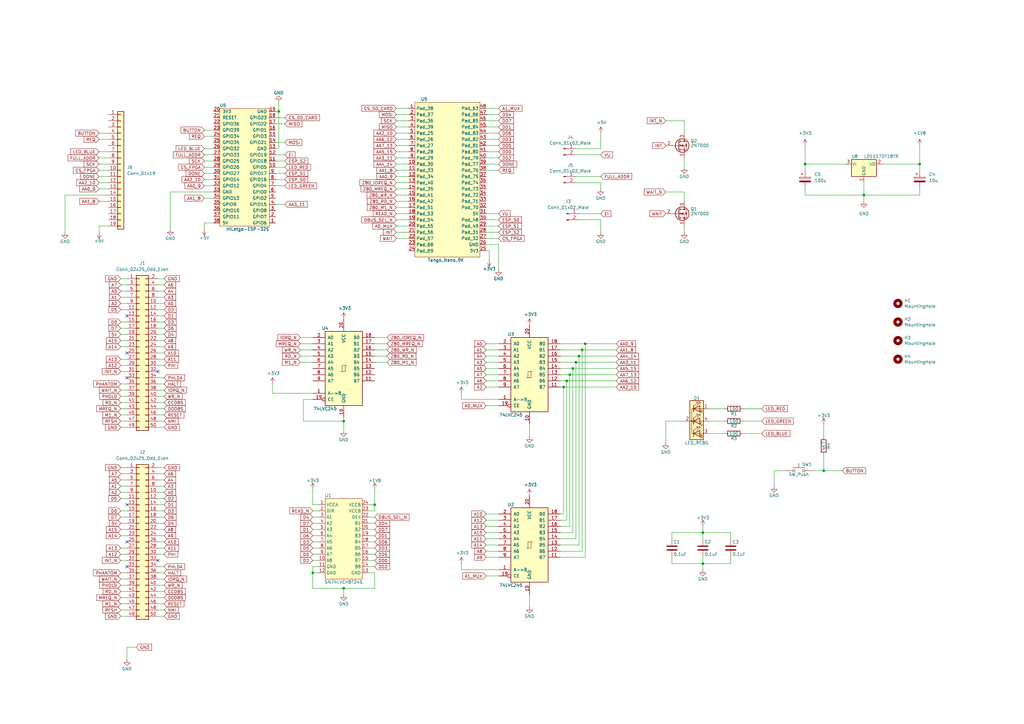
<source format=kicad_sch>
(kicad_sch (version 20211123) (generator eeschema)
  (paper "A3")
  (title_block (title "TRS-IO-VG") (date "2022-08-24") (rev "V2.0") (comment 3 "Title: TRS-IO for the TRS-80 Model VG") (comment 4 "Author: Arno Puder"))
  (junction (at 237.49 146.05))
  (junction (at 128.27 234.95))
  (junction (at 140.97 172.72))
  (junction (at 288.29 231.14))
  (junction (at 354.33 80.01))
  (junction (at 330.2 67.31))
  (junction (at 232.41 156.21))
  (junction (at 233.68 153.67))
  (junction (at 140.97 241.3))
  (junction (at 234.95 151.13))
  (junction (at 153.67 207.01))
  (junction (at 114.3 45.72))
  (junction (at 337.82 193.04))
  (junction (at 240.03 140.97))
  (junction (at 231.14 158.75))
  (junction (at 377.19 67.31))
  (junction (at 236.22 148.59))
  (junction (at 238.76 143.51))
  (junction (at 288.29 218.44))
  (no_connect (at 52.07 207.01))
  (no_connect (at 64.77 229.87))
  (no_connect (at 52.07 222.25))
  (no_connect (at 52.07 144.78))
  (no_connect (at 52.07 154.94))
  (no_connect (at 64.77 152.4))
  (no_connect (at 52.07 129.54))
  (no_connect (at 52.07 232.41))
  (wire (pts (xy 67.31 124.46) (xy 64.77 124.46)))
  (wire (pts (xy 87.63 91.44) (xy 83.82 91.44)))
  (wire (pts (xy 114.3 45.72) (xy 114.3 60.96)))
  (wire (pts (xy 337.82 173.99) (xy 337.82 179.07)))
  (wire (pts (xy 162.56 85.09) (xy 167.64 85.09)))
  (wire (pts (xy 229.87 148.59) (xy 236.22 148.59)))
  (wire (pts (xy 67.31 245.11) (xy 64.77 245.11)))
  (wire (pts (xy 40.64 82.55) (xy 44.45 82.55)))
  (wire (pts (xy 114.3 60.96) (xy 113.03 60.96)))
  (wire (pts (xy 52.07 142.24) (xy 49.53 142.24)))
  (wire (pts (xy 67.31 157.48) (xy 64.77 157.48)))
  (wire (pts (xy 199.39 210.82) (xy 204.47 210.82)))
  (wire (pts (xy 52.07 191.77) (xy 49.53 191.77)))
  (wire (pts (xy 153.67 146.05) (xy 158.75 146.05)))
  (wire (pts (xy 330.2 80.01) (xy 354.33 80.01)))
  (wire (pts (xy 162.56 59.69) (xy 167.64 59.69)))
  (wire (pts (xy 153.67 138.43) (xy 158.75 138.43)))
  (wire (pts (xy 199.39 92.71) (xy 204.47 92.71)))
  (wire (pts (xy 229.87 223.52) (xy 237.49 223.52)))
  (wire (pts (xy 128.27 224.79) (xy 130.81 224.79)))
  (wire (pts (xy 26.67 80.01) (xy 26.67 95.25)))
  (wire (pts (xy 337.82 186.69) (xy 337.82 193.04)))
  (wire (pts (xy 67.31 207.01) (xy 64.77 207.01)))
  (wire (pts (xy 123.19 138.43) (xy 128.27 138.43)))
  (wire (pts (xy 52.07 116.84) (xy 49.53 116.84)))
  (wire (pts (xy 52.07 240.03) (xy 49.53 240.03)))
  (wire (pts (xy 153.67 143.51) (xy 158.75 143.51)))
  (wire (pts (xy 229.87 220.98) (xy 236.22 220.98)))
  (wire (pts (xy 40.64 77.47) (xy 44.45 77.47)))
  (wire (pts (xy 128.27 212.09) (xy 130.81 212.09)))
  (wire (pts (xy 240.03 140.97) (xy 240.03 228.6)))
  (wire (pts (xy 199.39 213.36) (xy 204.47 213.36)))
  (wire (pts (xy 116.84 50.8) (xy 113.03 50.8)))
  (wire (pts (xy 153.67 241.3) (xy 153.67 234.95)))
  (wire (pts (xy 151.13 207.01) (xy 153.67 207.01)))
  (wire (pts (xy 229.87 156.21) (xy 232.41 156.21)))
  (wire (pts (xy 199.39 49.53) (xy 204.47 49.53)))
  (wire (pts (xy 199.39 236.22) (xy 204.47 236.22)))
  (wire (pts (xy 52.07 247.65) (xy 49.53 247.65)))
  (wire (pts (xy 162.56 57.15) (xy 167.64 57.15)))
  (wire (pts (xy 52.07 119.38) (xy 49.53 119.38)))
  (wire (pts (xy 52.07 265.43) (xy 55.88 265.43)))
  (wire (pts (xy 162.56 67.31) (xy 167.64 67.31)))
  (wire (pts (xy 236.22 60.96) (xy 246.38 60.96)))
  (wire (pts (xy 40.64 69.85) (xy 44.45 69.85)))
  (wire (pts (xy 52.07 196.85) (xy 49.53 196.85)))
  (wire (pts (xy 153.67 200.66) (xy 153.67 207.01)))
  (wire (pts (xy 52.07 212.09) (xy 49.53 212.09)))
  (wire (pts (xy 67.31 240.03) (xy 64.77 240.03)))
  (wire (pts (xy 44.45 80.01) (xy 26.67 80.01)))
  (wire (pts (xy 83.82 63.5) (xy 87.63 63.5)))
  (wire (pts (xy 151.13 217.17) (xy 153.67 217.17)))
  (wire (pts (xy 40.64 64.77) (xy 44.45 64.77)))
  (wire (pts (xy 273.05 181.61) (xy 273.05 172.72)))
  (wire (pts (xy 153.67 207.01) (xy 153.67 209.55)))
  (wire (pts (xy 83.82 91.44) (xy 83.82 93.98)))
  (wire (pts (xy 83.82 76.2) (xy 87.63 76.2)))
  (wire (pts (xy 128.27 232.41) (xy 128.27 234.95)))
  (wire (pts (xy 237.49 87.63) (xy 246.38 87.63)))
  (wire (pts (xy 52.07 149.86) (xy 49.53 149.86)))
  (wire (pts (xy 199.39 54.61) (xy 204.47 54.61)))
  (wire (pts (xy 83.82 53.34) (xy 87.63 53.34)))
  (wire (pts (xy 67.31 154.94) (xy 64.77 154.94)))
  (wire (pts (xy 229.87 143.51) (xy 238.76 143.51)))
  (wire (pts (xy 44.45 57.15) (xy 40.64 57.15)))
  (wire (pts (xy 246.38 90.17) (xy 246.38 95.25)))
  (wire (pts (xy 52.07 172.72) (xy 49.53 172.72)))
  (wire (pts (xy 237.49 146.05) (xy 237.49 223.52)))
  (wire (pts (xy 288.29 215.9) (xy 288.29 218.44)))
  (wire (pts (xy 67.31 119.38) (xy 64.77 119.38)))
  (wire (pts (xy 128.27 241.3) (xy 140.97 241.3)))
  (wire (pts (xy 153.67 148.59) (xy 158.75 148.59)))
  (wire (pts (xy 273.05 172.72) (xy 280.67 172.72)))
  (wire (pts (xy 52.07 245.11) (xy 49.53 245.11)))
  (wire (pts (xy 40.64 54.61) (xy 44.45 54.61)))
  (wire (pts (xy 128.27 214.63) (xy 130.81 214.63)))
  (wire (pts (xy 304.8 167.64) (xy 312.42 167.64)))
  (wire (pts (xy 87.63 55.88) (xy 83.82 55.88)))
  (wire (pts (xy 273.05 78.74) (xy 280.67 78.74)))
  (wire (pts (xy 67.31 224.79) (xy 64.77 224.79)))
  (wire (pts (xy 151.13 234.95) (xy 153.67 234.95)))
  (wire (pts (xy 162.56 95.25) (xy 167.64 95.25)))
  (wire (pts (xy 67.31 129.54) (xy 64.77 129.54)))
  (wire (pts (xy 229.87 158.75) (xy 231.14 158.75)))
  (wire (pts (xy 290.83 177.8) (xy 297.18 177.8)))
  (wire (pts (xy 199.39 62.23) (xy 204.47 62.23)))
  (wire (pts (xy 67.31 199.39) (xy 64.77 199.39)))
  (wire (pts (xy 237.49 146.05) (xy 252.73 146.05)))
  (wire (pts (xy 52.07 209.55) (xy 49.53 209.55)))
  (wire (pts (xy 240.03 140.97) (xy 252.73 140.97)))
  (wire (pts (xy 204.47 100.33) (xy 204.47 110.49)))
  (wire (pts (xy 275.59 218.44) (xy 288.29 218.44)))
  (wire (pts (xy 199.39 59.69) (xy 204.47 59.69)))
  (wire (pts (xy 114.3 41.91) (xy 114.3 45.72)))
  (wire (pts (xy 153.67 140.97) (xy 158.75 140.97)))
  (wire (pts (xy 275.59 220.98) (xy 275.59 218.44)))
  (wire (pts (xy 44.45 72.39) (xy 40.64 72.39)))
  (wire (pts (xy 123.19 143.51) (xy 128.27 143.51)))
  (wire (pts (xy 199.39 218.44) (xy 204.47 218.44)))
  (wire (pts (xy 229.87 213.36) (xy 232.41 213.36)))
  (wire (pts (xy 67.31 217.17) (xy 64.77 217.17)))
  (wire (pts (xy 67.31 234.95) (xy 64.77 234.95)))
  (wire (pts (xy 87.63 68.58) (xy 83.82 68.58)))
  (wire (pts (xy 83.82 60.96) (xy 87.63 60.96)))
  (wire (pts (xy 153.67 209.55) (xy 151.13 209.55)))
  (wire (pts (xy 162.56 82.55) (xy 167.64 82.55)))
  (wire (pts (xy 128.27 229.87) (xy 130.81 229.87)))
  (wire (pts (xy 162.56 46.99) (xy 167.64 46.99)))
  (wire (pts (xy 280.67 64.77) (xy 280.67 68.58)))
  (wire (pts (xy 116.84 76.2) (xy 113.03 76.2)))
  (wire (pts (xy 231.14 158.75) (xy 252.73 158.75)))
  (wire (pts (xy 52.07 270.51) (xy 52.07 265.43)))
  (wire (pts (xy 67.31 160.02) (xy 64.77 160.02)))
  (wire (pts (xy 67.31 165.1) (xy 64.77 165.1)))
  (wire (pts (xy 204.47 163.83) (xy 189.23 163.83)))
  (wire (pts (xy 52.07 227.33) (xy 49.53 227.33)))
  (wire (pts (xy 237.49 90.17) (xy 246.38 90.17)))
  (wire (pts (xy 229.87 210.82) (xy 231.14 210.82)))
  (wire (pts (xy 354.33 80.01) (xy 377.19 80.01)))
  (wire (pts (xy 67.31 170.18) (xy 64.77 170.18)))
  (wire (pts (xy 123.19 148.59) (xy 128.27 148.59)))
  (wire (pts (xy 275.59 231.14) (xy 288.29 231.14)))
  (wire (pts (xy 162.56 72.39) (xy 167.64 72.39)))
  (wire (pts (xy 124.46 163.83) (xy 124.46 172.72)))
  (wire (pts (xy 236.22 72.39) (xy 246.38 72.39)))
  (wire (pts (xy 52.07 194.31) (xy 49.53 194.31)))
  (wire (pts (xy 199.39 158.75) (xy 204.47 158.75)))
  (wire (pts (xy 288.29 233.68) (xy 288.29 231.14)))
  (wire (pts (xy 199.39 90.17) (xy 204.47 90.17)))
  (wire (pts (xy 377.19 67.31) (xy 377.19 69.85)))
  (wire (pts (xy 123.19 140.97) (xy 128.27 140.97)))
  (wire (pts (xy 128.27 163.83) (xy 124.46 163.83)))
  (wire (pts (xy 52.07 121.92) (xy 49.53 121.92)))
  (wire (pts (xy 354.33 74.93) (xy 354.33 80.01)))
  (wire (pts (xy 128.27 207.01) (xy 130.81 207.01)))
  (wire (pts (xy 52.07 160.02) (xy 49.53 160.02)))
  (wire (pts (xy 67.31 194.31) (xy 64.77 194.31)))
  (wire (pts (xy 199.39 146.05) (xy 204.47 146.05)))
  (wire (pts (xy 290.83 172.72) (xy 297.18 172.72)))
  (wire (pts (xy 162.56 77.47) (xy 167.64 77.47)))
  (wire (pts (xy 337.82 193.04) (xy 345.44 193.04)))
  (wire (pts (xy 40.64 62.23) (xy 44.45 62.23)))
  (wire (pts (xy 162.56 62.23) (xy 167.64 62.23)))
  (wire (pts (xy 199.39 153.67) (xy 204.47 153.67)))
  (wire (pts (xy 67.31 162.56) (xy 64.77 162.56)))
  (wire (pts (xy 67.31 237.49) (xy 64.77 237.49)))
  (wire (pts (xy 128.27 227.33) (xy 130.81 227.33)))
  (wire (pts (xy 52.07 152.4) (xy 49.53 152.4)))
  (wire (pts (xy 234.95 151.13) (xy 252.73 151.13)))
  (wire (pts (xy 52.07 132.08) (xy 49.53 132.08)))
  (wire (pts (xy 130.81 209.55) (xy 128.27 209.55)))
  (wire (pts (xy 67.31 242.57) (xy 64.77 242.57)))
  (wire (pts (xy 111.76 161.29) (xy 111.76 157.48)))
  (wire (pts (xy 151.13 212.09) (xy 153.67 212.09)))
  (wire (pts (xy 128.27 234.95) (xy 128.27 241.3)))
  (wire (pts (xy 151.13 219.71) (xy 153.67 219.71)))
  (wire (pts (xy 199.39 95.25) (xy 204.47 95.25)))
  (wire (pts (xy 67.31 114.3) (xy 64.77 114.3)))
  (wire (pts (xy 67.31 227.33) (xy 64.77 227.33)))
  (wire (pts (xy 189.23 233.68) (xy 189.23 231.14)))
  (wire (pts (xy 280.67 54.61) (xy 280.67 49.53)))
  (wire (pts (xy 52.07 224.79) (xy 49.53 224.79)))
  (wire (pts (xy 67.31 219.71) (xy 64.77 219.71)))
  (wire (pts (xy 167.64 97.79) (xy 162.56 97.79)))
  (wire (pts (xy 67.31 247.65) (xy 64.77 247.65)))
  (wire (pts (xy 199.39 226.06) (xy 204.47 226.06)))
  (wire (pts (xy 231.14 158.75) (xy 231.14 210.82)))
  (wire (pts (xy 151.13 224.79) (xy 153.67 224.79)))
  (wire (pts (xy 87.63 78.74) (xy 69.85 78.74)))
  (wire (pts (xy 52.07 229.87) (xy 49.53 229.87)))
  (wire (pts (xy 52.07 162.56) (xy 49.53 162.56)))
  (wire (pts (xy 113.03 48.26) (xy 116.84 48.26)))
  (wire (pts (xy 128.27 161.29) (xy 111.76 161.29)))
  (wire (pts (xy 199.39 156.21) (xy 204.47 156.21)))
  (wire (pts (xy 322.58 193.04) (xy 317.5 193.04)))
  (wire (pts (xy 140.97 241.3) (xy 140.97 243.84)))
  (wire (pts (xy 199.39 46.99) (xy 204.47 46.99)))
  (wire (pts (xy 288.29 218.44) (xy 288.29 220.98)))
  (wire (pts (xy 44.45 92.71) (xy 40.64 92.71)))
  (wire (pts (xy 52.07 219.71) (xy 49.53 219.71)))
  (wire (pts (xy 67.31 132.08) (xy 64.77 132.08)))
  (wire (pts (xy 199.39 166.37) (xy 204.47 166.37)))
  (wire (pts (xy 199.39 64.77) (xy 204.47 64.77)))
  (wire (pts (xy 113.03 73.66) (xy 116.84 73.66)))
  (wire (pts (xy 199.39 69.85) (xy 204.47 69.85)))
  (wire (pts (xy 67.31 175.26) (xy 64.77 175.26)))
  (wire (pts (xy 162.56 74.93) (xy 167.64 74.93)))
  (wire (pts (xy 128.27 234.95) (xy 130.81 234.95)))
  (wire (pts (xy 67.31 147.32) (xy 64.77 147.32)))
  (wire (pts (xy 128.27 217.17) (xy 130.81 217.17)))
  (wire (pts (xy 317.5 193.04) (xy 317.5 199.39)))
  (wire (pts (xy 162.56 54.61) (xy 167.64 54.61)))
  (wire (pts (xy 67.31 127) (xy 64.77 127)))
  (wire (pts (xy 217.17 173.99) (xy 217.17 179.07)))
  (wire (pts (xy 124.46 172.72) (xy 140.97 172.72)))
  (wire (pts (xy 67.31 204.47) (xy 64.77 204.47)))
  (wire (pts (xy 199.39 52.07) (xy 204.47 52.07)))
  (wire (pts (xy 67.31 252.73) (xy 64.77 252.73)))
  (wire (pts (xy 299.72 218.44) (xy 299.72 220.98)))
  (wire (pts (xy 52.07 137.16) (xy 49.53 137.16)))
  (wire (pts (xy 67.31 167.64) (xy 64.77 167.64)))
  (wire (pts (xy 199.39 228.6) (xy 204.47 228.6)))
  (wire (pts (xy 87.63 71.12) (xy 83.82 71.12)))
  (wire (pts (xy 52.07 114.3) (xy 49.53 114.3)))
  (wire (pts (xy 40.64 92.71) (xy 40.64 95.25)))
  (wire (pts (xy 199.39 44.45) (xy 204.47 44.45)))
  (wire (pts (xy 229.87 140.97) (xy 240.03 140.97)))
  (wire (pts (xy 67.31 149.86) (xy 64.77 149.86)))
  (wire (pts (xy 330.2 67.31) (xy 330.2 69.85)))
  (wire (pts (xy 330.2 67.31) (xy 346.71 67.31)))
  (wire (pts (xy 199.39 140.97) (xy 204.47 140.97)))
  (wire (pts (xy 83.82 73.66) (xy 87.63 73.66)))
  (wire (pts (xy 162.56 90.17) (xy 167.64 90.17)))
  (wire (pts (xy 52.07 237.49) (xy 49.53 237.49)))
  (wire (pts (xy 52.07 147.32) (xy 49.53 147.32)))
  (wire (pts (xy 236.22 148.59) (xy 252.73 148.59)))
  (wire (pts (xy 52.07 124.46) (xy 49.53 124.46)))
  (wire (pts (xy 304.8 177.8) (xy 312.42 177.8)))
  (wire (pts (xy 40.64 67.31) (xy 44.45 67.31)))
  (wire (pts (xy 52.07 167.64) (xy 49.53 167.64)))
  (wire (pts (xy 113.03 83.82) (xy 116.84 83.82)))
  (wire (pts (xy 67.31 172.72) (xy 64.77 172.72)))
  (wire (pts (xy 232.41 156.21) (xy 232.41 213.36)))
  (wire (pts (xy 128.27 200.66) (xy 128.27 207.01)))
  (wire (pts (xy 234.95 151.13) (xy 234.95 218.44)))
  (wire (pts (xy 69.85 78.74) (xy 69.85 93.98)))
  (wire (pts (xy 67.31 232.41) (xy 64.77 232.41)))
  (wire (pts (xy 87.63 66.04) (xy 83.82 66.04)))
  (wire (pts (xy 200.66 102.87) (xy 200.66 106.68)))
  (wire (pts (xy 52.07 175.26) (xy 49.53 175.26)))
  (wire (pts (xy 67.31 144.78) (xy 64.77 144.78)))
  (wire (pts (xy 52.07 204.47) (xy 49.53 204.47)))
  (wire (pts (xy 44.45 74.93) (xy 40.64 74.93)))
  (wire (pts (xy 151.13 222.25) (xy 153.67 222.25)))
  (wire (pts (xy 199.39 151.13) (xy 204.47 151.13)))
  (wire (pts (xy 52.07 134.62) (xy 49.53 134.62)))
  (wire (pts (xy 52.07 170.18) (xy 49.53 170.18)))
  (wire (pts (xy 199.39 148.59) (xy 204.47 148.59)))
  (wire (pts (xy 151.13 232.41) (xy 153.67 232.41)))
  (wire (pts (xy 229.87 153.67) (xy 233.68 153.67)))
  (wire (pts (xy 162.56 92.71) (xy 167.64 92.71)))
  (wire (pts (xy 204.47 87.63) (xy 199.39 87.63)))
  (wire (pts (xy 275.59 228.6) (xy 275.59 231.14)))
  (wire (pts (xy 116.84 68.58) (xy 113.03 68.58)))
  (wire (pts (xy 229.87 228.6) (xy 240.03 228.6)))
  (wire (pts (xy 67.31 137.16) (xy 64.77 137.16)))
  (wire (pts (xy 67.31 222.25) (xy 64.77 222.25)))
  (wire (pts (xy 199.39 57.15) (xy 204.47 57.15)))
  (wire (pts (xy 67.31 134.62) (xy 64.77 134.62)))
  (wire (pts (xy 162.56 69.85) (xy 167.64 69.85)))
  (wire (pts (xy 52.07 250.19) (xy 49.53 250.19)))
  (wire (pts (xy 288.29 231.14) (xy 299.72 231.14)))
  (wire (pts (xy 162.56 52.07) (xy 167.64 52.07)))
  (wire (pts (xy 330.2 59.69) (xy 330.2 67.31)))
  (wire (pts (xy 189.23 163.83) (xy 189.23 161.29)))
  (wire (pts (xy 280.67 78.74) (xy 280.67 82.55)))
  (wire (pts (xy 123.19 146.05) (xy 128.27 146.05)))
  (wire (pts (xy 229.87 146.05) (xy 237.49 146.05)))
  (wire (pts (xy 151.13 227.33) (xy 153.67 227.33)))
  (wire (pts (xy 280.67 92.71) (xy 280.67 95.25)))
  (wire (pts (xy 229.87 226.06) (xy 238.76 226.06)))
  (wire (pts (xy 217.17 243.84) (xy 217.17 248.92)))
  (wire (pts (xy 113.03 45.72) (xy 114.3 45.72)))
  (wire (pts (xy 330.2 77.47) (xy 330.2 80.01)))
  (wire (pts (xy 199.39 102.87) (xy 200.66 102.87)))
  (wire (pts (xy 377.19 77.47) (xy 377.19 80.01)))
  (wire (pts (xy 162.56 64.77) (xy 167.64 64.77)))
  (wire (pts (xy 113.03 66.04) (xy 116.84 66.04)))
  (wire (pts (xy 116.84 58.42) (xy 113.03 58.42)))
  (wire (pts (xy 199.39 143.51) (xy 204.47 143.51)))
  (wire (pts (xy 52.07 252.73) (xy 49.53 252.73)))
  (wire (pts (xy 67.31 121.92) (xy 64.77 121.92)))
  (wire (pts (xy 52.07 242.57) (xy 49.53 242.57)))
  (wire (pts (xy 52.07 199.39) (xy 49.53 199.39)))
  (wire (pts (xy 67.31 191.77) (xy 64.77 191.77)))
  (wire (pts (xy 162.56 49.53) (xy 167.64 49.53)))
  (wire (pts (xy 140.97 241.3) (xy 153.67 241.3)))
  (wire (pts (xy 199.39 215.9) (xy 204.47 215.9)))
  (wire (pts (xy 162.56 87.63) (xy 167.64 87.63)))
  (wire (pts (xy 236.22 63.5) (xy 246.38 63.5)))
  (wire (pts (xy 52.07 201.93) (xy 49.53 201.93)))
  (wire (pts (xy 52.07 139.7) (xy 49.53 139.7)))
  (wire (pts (xy 199.39 100.33) (xy 204.47 100.33)))
  (wire (pts (xy 354.33 80.01) (xy 354.33 82.55)))
  (wire (pts (xy 199.39 220.98) (xy 204.47 220.98)))
  (wire (pts (xy 113.03 71.12) (xy 116.84 71.12)))
  (wire (pts (xy 113.03 63.5) (xy 116.84 63.5)))
  (wire (pts (xy 229.87 151.13) (xy 234.95 151.13)))
  (wire (pts (xy 232.41 156.21) (xy 252.73 156.21)))
  (wire (pts (xy 140.97 172.72) (xy 140.97 176.53)))
  (wire (pts (xy 52.07 165.1) (xy 49.53 165.1)))
  (wire (pts (xy 199.39 223.52) (xy 204.47 223.52)))
  (wire (pts (xy 151.13 214.63) (xy 153.67 214.63)))
  (wire (pts (xy 299.72 231.14) (xy 299.72 228.6)))
  (wire (pts (xy 52.07 157.48) (xy 49.53 157.48)))
  (wire (pts (xy 337.82 193.04) (xy 332.74 193.04)))
  (wire (pts (xy 130.81 232.41) (xy 128.27 232.41)))
  (wire (pts (xy 140.97 171.45) (xy 140.97 172.72)))
  (wire (pts (xy 229.87 218.44) (xy 234.95 218.44)))
  (wire (pts (xy 377.19 67.31) (xy 361.95 67.31)))
  (wire (pts (xy 162.56 80.01) (xy 167.64 80.01)))
  (wire (pts (xy 233.68 215.9) (xy 233.68 153.67)))
  (wire (pts (xy 377.19 59.69) (xy 377.19 67.31)))
  (wire (pts (xy 67.31 116.84) (xy 64.77 116.84)))
  (wire (pts (xy 67.31 201.93) (xy 64.77 201.93)))
  (wire (pts (xy 199.39 97.79) (xy 204.47 97.79)))
  (wire (pts (xy 280.67 49.53) (xy 273.05 49.53)))
  (wire (pts (xy 238.76 143.51) (xy 252.73 143.51)))
  (wire (pts (xy 67.31 214.63) (xy 64.77 214.63)))
  (wire (pts (xy 229.87 215.9) (xy 233.68 215.9)))
  (wire (pts (xy 52.07 214.63) (xy 49.53 214.63)))
  (wire (pts (xy 204.47 233.68) (xy 189.23 233.68)))
  (wire (pts (xy 67.31 142.24) (xy 64.77 142.24)))
  (wire (pts (xy 246.38 74.93) (xy 246.38 77.47)))
  (wire (pts (xy 67.31 212.09) (xy 64.77 212.09)))
  (wire (pts (xy 52.07 234.95) (xy 49.53 234.95)))
  (wire (pts (xy 128.27 219.71) (xy 130.81 219.71)))
  (wire (pts (xy 162.56 44.45) (xy 167.64 44.45)))
  (wire (pts (xy 238.76 143.51) (xy 238.76 226.06)))
  (wire (pts (xy 199.39 67.31) (xy 204.47 67.31)))
  (wire (pts (xy 290.83 167.64) (xy 297.18 167.64)))
  (wire (pts (xy 67.31 139.7) (xy 64.77 139.7)))
  (wire (pts (xy 233.68 153.67) (xy 252.73 153.67)))
  (wire (pts (xy 288.29 231.14) (xy 288.29 228.6)))
  (wire (pts (xy 246.38 60.96) (xy 246.38 54.61)))
  (wire (pts (xy 236.22 74.93) (xy 246.38 74.93)))
  (wire (pts (xy 128.27 222.25) (xy 130.81 222.25)))
  (wire (pts (xy 151.13 229.87) (xy 153.67 229.87)))
  (wire (pts (xy 67.31 196.85) (xy 64.77 196.85)))
  (wire (pts (xy 52.07 127) (xy 49.53 127)))
  (wire (pts (xy 52.07 217.17) (xy 49.53 217.17)))
  (wire (pts (xy 67.31 250.19) (xy 64.77 250.19)))
  (wire (pts (xy 304.8 172.72) (xy 312.42 172.72)))
  (wire (pts (xy 288.29 218.44) (xy 299.72 218.44)))
  (wire (pts (xy 236.22 148.59) (xy 236.22 220.98)))
  (wire (pts (xy 83.82 81.28) (xy 87.63 81.28)))
  (wire (pts (xy 67.31 209.55) (xy 64.77 209.55)))
  (global_label "WAIT_N" (shape input) (at 273.05 78.74 180) (property "Intersheet References" "${INTERSHEET_REFS}" (effects hide)))
  (global_label "D3" (shape input) (at 67.31 132.08 0) (property "Intersheet References" "${INTERSHEET_REFS}" (effects hide)))
  (global_label "AA0_9" (shape input) (at 83.82 76.2 180) (property "Intersheet References" "${INTERSHEET_REFS}" (effects hide)))
  (global_label "BUTTON" (shape input) (at 40.64 54.61 180) (property "Intersheet References" "${INTERSHEET_REFS}" (effects hide)))
  (global_label "A7" (shape input) (at 199.39 153.67 180) (property "Intersheet References" "${INTERSHEET_REFS}" (effects hide)))
  (global_label "A0" (shape input) (at 67.31 124.46 0) (property "Intersheet References" "${INTERSHEET_REFS}" (effects hide)))
  (global_label "HALT" (shape input) (at 67.31 157.48 0) (property "Intersheet References" "${INTERSHEET_REFS}" (effects hide)))
  (global_label "DBUS_SEL_N" (shape input) (at 153.67 212.09 0) (property "Intersheet References" "${INTERSHEET_REFS}" (effects hide)))
  (global_label "DD7" (shape input) (at 153.67 217.17 0) (property "Intersheet References" "${INTERSHEET_REFS}" (effects hide)))
  (global_label "GND" (shape input) (at 67.31 252.73 0) (property "Intersheet References" "${INTERSHEET_REFS}" (effects hide)))
  (global_label "ESP_S1" (shape input) (at 116.84 71.12 0) (property "Intersheet References" "${INTERSHEET_REFS}" (effects hide)))
  (global_label "AA1_8" (shape input) (at 252.73 143.51 0) (property "Intersheet References" "${INTERSHEET_REFS}" (effects hide)))
  (global_label "AA2_10" (shape input) (at 83.82 73.66 180) (property "Intersheet References" "${INTERSHEET_REFS}" (effects hide)))
  (global_label "LED_BLUE" (shape input) (at 312.42 177.8 0) (property "Intersheet References" "${INTERSHEET_REFS}" (effects hide)))
  (global_label "IORQ_N" (shape input) (at 67.31 237.49 0) (property "Intersheet References" "${INTERSHEET_REFS}" (effects hide)))
  (global_label "AA4_14" (shape input) (at 252.73 146.05 0) (property "Intersheet References" "${INTERSHEET_REFS}" (effects hide)))
  (global_label "AA7_13" (shape input) (at 252.73 153.67 0) (property "Intersheet References" "${INTERSHEET_REFS}" (effects hide)))
  (global_label "A13" (shape input) (at 49.53 147.32 180) (property "Intersheet References" "${INTERSHEET_REFS}" (effects hide)))
  (global_label "VU" (shape input) (at 204.47 87.63 0) (property "Intersheet References" "${INTERSHEET_REFS}" (effects hide)))
  (global_label "Z80_IOREQ_N" (shape input) (at 162.56 74.93 180) (property "Intersheet References" "${INTERSHEET_REFS}" (effects hide)))
  (global_label "ESP_S2" (shape input) (at 116.84 66.04 0) (property "Intersheet References" "${INTERSHEET_REFS}" (effects hide)))
  (global_label "READ_N" (shape input) (at 162.56 87.63 180) (property "Intersheet References" "${INTERSHEET_REFS}" (effects hide)))
  (global_label "RESET" (shape input) (at 67.31 170.18 0) (property "Intersheet References" "${INTERSHEET_REFS}" (effects hide)))
  (global_label "GND" (shape input) (at 67.31 175.26 0) (property "Intersheet References" "${INTERSHEET_REFS}" (effects hide)))
  (global_label "AA2_10" (shape input) (at 40.64 74.93 180) (property "Intersheet References" "${INTERSHEET_REFS}" (effects hide)))
  (global_label "Z80_RD_N" (shape input) (at 158.75 146.05 0) (property "Intersheet References" "${INTERSHEET_REFS}" (effects hide)))
  (global_label "D2" (shape input) (at 67.31 127 0) (property "Intersheet References" "${INTERSHEET_REFS}" (effects hide)))
  (global_label "D6" (shape input) (at 128.27 219.71 180) (property "Intersheet References" "${INTERSHEET_REFS}" (effects hide)))
  (global_label "D2" (shape input) (at 128.27 229.87 180) (property "Intersheet References" "${INTERSHEET_REFS}" (effects hide)))
  (global_label "RFSH" (shape input) (at 49.53 250.19 180) (property "Intersheet References" "${INTERSHEET_REFS}" (effects hide)))
  (global_label "A5" (shape input) (at 49.53 119.38 180) (property "Intersheet References" "${INTERSHEET_REFS}" (effects hide)))
  (global_label "MOSI" (shape input) (at 162.56 46.99 180) (property "Intersheet References" "${INTERSHEET_REFS}" (effects hide)))
  (global_label "DD0" (shape input) (at 204.47 62.23 0) (property "Intersheet References" "${INTERSHEET_REFS}" (effects hide)))
  (global_label "GND" (shape input) (at 49.53 114.3 180) (property "Intersheet References" "${INTERSHEET_REFS}" (effects hide)))
  (global_label "Z80_WR_N" (shape input) (at 158.75 143.51 0) (property "Intersheet References" "${INTERSHEET_REFS}" (effects hide)))
  (global_label "A9" (shape input) (at 67.31 219.71 0) (property "Intersheet References" "${INTERSHEET_REFS}" (effects hide)))
  (global_label "DD7" (shape input) (at 204.47 49.53 0) (property "Intersheet References" "${INTERSHEET_REFS}" (effects hide)))
  (global_label "A5" (shape input) (at 199.39 151.13 180) (property "Intersheet References" "${INTERSHEET_REFS}" (effects hide)))
  (global_label "A12" (shape input) (at 49.53 227.33 180) (property "Intersheet References" "${INTERSHEET_REFS}" (effects hide)))
  (global_label "D4" (shape input) (at 67.31 137.16 0) (property "Intersheet References" "${INTERSHEET_REFS}" (effects hide)))
  (global_label "A0" (shape input) (at 67.31 201.93 0) (property "Intersheet References" "${INTERSHEET_REFS}" (effects hide)))
  (global_label "DD1" (shape input) (at 204.47 52.07 0) (property "Intersheet References" "${INTERSHEET_REFS}" (effects hide)))
  (global_label "WAIT" (shape input) (at 162.56 97.79 180) (property "Intersheet References" "${INTERSHEET_REFS}" (effects hide)))
  (global_label "A9" (shape input) (at 199.39 228.6 180) (property "Intersheet References" "${INTERSHEET_REFS}" (effects hide)))
  (global_label "A13" (shape input) (at 49.53 224.79 180) (property "Intersheet References" "${INTERSHEET_REFS}" (effects hide)))
  (global_label "Z80_M1_N" (shape input) (at 158.75 148.59 0) (property "Intersheet References" "${INTERSHEET_REFS}" (effects hide)))
  (global_label "D1" (shape input) (at 67.31 129.54 0) (property "Intersheet References" "${INTERSHEET_REFS}" (effects hide)))
  (global_label "MREQ_N" (shape input) (at 123.19 140.97 180) (property "Intersheet References" "${INTERSHEET_REFS}" (effects hide)))
  (global_label "RFSH" (shape input) (at 49.53 172.72 180) (property "Intersheet References" "${INTERSHEET_REFS}" (effects hide)))
  (global_label "A0_MUX" (shape input) (at 199.39 166.37 180) (property "Intersheet References" "${INTERSHEET_REFS}" (effects hide)))
  (global_label "A10" (shape input) (at 67.31 144.78 0) (property "Intersheet References" "${INTERSHEET_REFS}" (effects hide)))
  (global_label "AA6_12" (shape input) (at 252.73 156.21 0) (property "Intersheet References" "${INTERSHEET_REFS}" (effects hide)))
  (global_label "AA7_13" (shape input) (at 162.56 59.69 180) (property "Intersheet References" "${INTERSHEET_REFS}" (effects hide)))
  (global_label "D3" (shape input) (at 67.31 209.55 0) (property "Intersheet References" "${INTERSHEET_REFS}" (effects hide)))
  (global_label "RD_N" (shape input) (at 123.19 146.05 180) (property "Intersheet References" "${INTERSHEET_REFS}" (effects hide)))
  (global_label "AA5_15" (shape input) (at 252.73 151.13 0) (property "Intersheet References" "${INTERSHEET_REFS}" (effects hide)))
  (global_label "GND" (shape input) (at 49.53 252.73 180) (property "Intersheet References" "${INTERSHEET_REFS}" (effects hide)))
  (global_label "A12" (shape input) (at 199.39 213.36 180) (property "Intersheet References" "${INTERSHEET_REFS}" (effects hide)))
  (global_label "AA6_12" (shape input) (at 162.56 57.15 180) (property "Intersheet References" "${INTERSHEET_REFS}" (effects hide)))
  (global_label "FULL_ADDR" (shape input) (at 83.82 63.5 180) (property "Intersheet References" "${INTERSHEET_REFS}" (effects hide)))
  (global_label "M1_N" (shape input) (at 49.53 170.18 180) (property "Intersheet References" "${INTERSHEET_REFS}" (effects hide)))
  (global_label "A14" (shape input) (at 199.39 223.52 180) (property "Intersheet References" "${INTERSHEET_REFS}" (effects hide)))
  (global_label "D6" (shape input) (at 67.31 134.62 0) (property "Intersheet References" "${INTERSHEET_REFS}" (effects hide)))
  (global_label "DD2" (shape input) (at 153.67 232.41 0) (property "Intersheet References" "${INTERSHEET_REFS}" (effects hide)))
  (global_label "CS_FPGA" (shape input) (at 40.64 69.85 180) (property "Intersheet References" "${INTERSHEET_REFS}" (effects hide)))
  (global_label "LED_BLUE" (shape input) (at 83.82 60.96 180) (property "Intersheet References" "${INTERSHEET_REFS}" (effects hide)))
  (global_label "LED_GREEN" (shape input) (at 116.84 76.2 0) (property "Intersheet References" "${INTERSHEET_REFS}" (effects hide)))
  (global_label "DD5" (shape input) (at 204.47 59.69 0) (property "Intersheet References" "${INTERSHEET_REFS}" (effects hide)))
  (global_label "CS_FPGA" (shape input) (at 83.82 68.58 180) (property "Intersheet References" "${INTERSHEET_REFS}" (effects hide)))
  (global_label "Z80_WR_N" (shape input) (at 162.56 80.01 180) (property "Intersheet References" "${INTERSHEET_REFS}" (effects hide)))
  (global_label "A1" (shape input) (at 49.53 121.92 180) (property "Intersheet References" "${INTERSHEET_REFS}" (effects hide)))
  (global_label "A7" (shape input) (at 49.53 116.84 180) (property "Intersheet References" "${INTERSHEET_REFS}" (effects hide)))
  (global_label "5V" (shape input) (at 49.53 137.16 180) (property "Intersheet References" "${INTERSHEET_REFS}" (effects hide)))
  (global_label "A2" (shape input) (at 49.53 124.46 180) (property "Intersheet References" "${INTERSHEET_REFS}" (effects hide)))
  (global_label "INT_N" (shape input) (at 273.05 49.53 180) (property "Intersheet References" "${INTERSHEET_REFS}" (effects hide)))
  (global_label "LED_BLUE" (shape input) (at 40.64 62.23 180) (property "Intersheet References" "${INTERSHEET_REFS}" (effects hide)))
  (global_label "INT_N" (shape input) (at 49.53 229.87 180) (property "Intersheet References" "${INTERSHEET_REFS}" (effects hide)))
  (global_label "RD_N" (shape input) (at 49.53 165.1 180) (property "Intersheet References" "${INTERSHEET_REFS}" (effects hide)))
  (global_label "A2" (shape input) (at 199.39 158.75 180) (property "Intersheet References" "${INTERSHEET_REFS}" (effects hide)))
  (global_label "D0" (shape input) (at 49.53 132.08 180) (property "Intersheet References" "${INTERSHEET_REFS}" (effects hide)))
  (global_label "MISO" (shape input) (at 116.84 50.8 0) (property "Intersheet References" "${INTERSHEET_REFS}" (effects hide)))
  (global_label "LED_RED" (shape input) (at 312.42 167.64 0) (property "Intersheet References" "${INTERSHEET_REFS}" (effects hide)))
  (global_label "DD2" (shape input) (at 204.47 64.77 0) (property "Intersheet References" "${INTERSHEET_REFS}" (effects hide)))
  (global_label "D6" (shape input) (at 67.31 212.09 0) (property "Intersheet References" "${INTERSHEET_REFS}" (effects hide)))
  (global_label "A4" (shape input) (at 199.39 146.05 180) (property "Intersheet References" "${INTERSHEET_REFS}" (effects hide)))
  (global_label "WR_N" (shape input) (at 123.19 143.51 180) (property "Intersheet References" "${INTERSHEET_REFS}" (effects hide)))
  (global_label "ESP_S0" (shape input) (at 204.47 90.17 0) (property "Intersheet References" "${INTERSHEET_REFS}" (effects hide)))
  (global_label "MREQ_N" (shape input) (at 49.53 245.11 180) (property "Intersheet References" "${INTERSHEET_REFS}" (effects hide)))
  (global_label "WAIT_N" (shape input) (at 49.53 160.02 180) (property "Intersheet References" "${INTERSHEET_REFS}" (effects hide)))
  (global_label "AA2_10" (shape input) (at 162.56 54.61 180) (property "Intersheet References" "${INTERSHEET_REFS}" (effects hide)))
  (global_label "RESET" (shape input) (at 67.31 247.65 0) (property "Intersheet References" "${INTERSHEET_REFS}" (effects hide)))
  (global_label "EI" (shape input) (at 246.38 87.63 0) (property "Intersheet References" "${INTERSHEET_REFS}" (effects hide)))
  (global_label "LED_GREEN" (shape input) (at 312.42 172.72 0) (property "Intersheet References" "${INTERSHEET_REFS}" (effects hide)))
  (global_label "A11" (shape input) (at 67.31 224.79 0) (property "Intersheet References" "${INTERSHEET_REFS}" (effects hide)))
  (global_label "D5" (shape input) (at 49.53 204.47 180) (property "Intersheet References" "${INTERSHEET_REFS}" (effects hide)))
  (global_label "D1" (shape input) (at 128.27 217.17 180) (property "Intersheet References" "${INTERSHEET_REFS}" (effects hide)))
  (global_label "FULL_ADDR" (shape input) (at 246.38 72.39 0) (property "Intersheet References" "${INTERSHEET_REFS}" (effects hide)))
  (global_label "AA1_8" (shape input) (at 40.64 82.55 180) (property "Intersheet References" "${INTERSHEET_REFS}" (effects hide)))
  (global_label "SCK" (shape input) (at 162.56 49.53 180) (property "Intersheet References" "${INTERSHEET_REFS}" (effects hide)))
  (global_label "BUTTON" (shape input) (at 83.82 53.34 180) (property "Intersheet References" "${INTERSHEET_REFS}" (effects hide)))
  (global_label "DODBS" (shape input) (at 67.31 245.11 0) (property "Intersheet References" "${INTERSHEET_REFS}" (effects hide)))
  (global_label "A14" (shape input) (at 49.53 142.24 180) (property "Intersheet References" "${INTERSHEET_REFS}" (effects hide)))
  (global_label "MREQ_N" (shape input) (at 49.53 167.64 180) (property "Intersheet References" "${INTERSHEET_REFS}" (effects hide)))
  (global_label "IORQ_N" (shape input) (at 123.19 138.43 180) (property "Intersheet References" "${INTERSHEET_REFS}" (effects hide)))
  (global_label "WAIT_N" (shape input) (at 49.53 237.49 180) (property "Intersheet References" "${INTERSHEET_REFS}" (effects hide)))
  (global_label "A8" (shape input) (at 67.31 139.7 0) (property "Intersheet References" "${INTERSHEET_REFS}" (effects hide)))
  (global_label "A15" (shape input) (at 49.53 217.17 180) (property "Intersheet References" "${INTERSHEET_REFS}" (effects hide)))
  (global_label "CCDBS" (shape input) (at 67.31 165.1 0) (property "Intersheet References" "${INTERSHEET_REFS}" (effects hide)))
  (global_label "PHANTOM" (shape input) (at 49.53 157.48 180) (property "Intersheet References" "${INTERSHEET_REFS}" (effects hide)))
  (global_label "A4" (shape input) (at 67.31 119.38 0) (property "Intersheet References" "${INTERSHEET_REFS}" (effects hide)))
  (global_label "DD4" (shape input) (at 153.67 214.63 0) (property "Intersheet References" "${INTERSHEET_REFS}" (effects hide)))
  (global_label "AA0_9" (shape input) (at 252.73 140.97 0) (property "Intersheet References" "${INTERSHEET_REFS}" (effects hide)))
  (global_label "AA1_8" (shape input) (at 162.56 69.85 180) (property "Intersheet References" "${INTERSHEET_REFS}" (effects hide)))
  (global_label "WR_N" (shape input) (at 67.31 162.56 0) (property "Intersheet References" "${INTERSHEET_REFS}" (effects hide)))
  (global_label "A2" (shape input) (at 49.53 201.93 180) (property "Intersheet References" "${INTERSHEET_REFS}" (effects hide)))
  (global_label "M1_N" (shape input) (at 49.53 247.65 180) (property "Intersheet References" "${INTERSHEET_REFS}" (effects hide)))
  (global_label "REQ" (shape input) (at 83.82 55.88 180) (property "Intersheet References" "${INTERSHEET_REFS}" (effects hide)))
  (global_label "A0" (shape input) (at 199.39 140.97 180) (property "Intersheet References" "${INTERSHEET_REFS}" (effects hide)))
  (global_label "CCDBS" (shape input) (at 67.31 242.57 0) (property "Intersheet References" "${INTERSHEET_REFS}" (effects hide)))
  (global_label "D5" (shape input) (at 128.27 224.79 180) (property "Intersheet References" "${INTERSHEET_REFS}" (effects hide)))
  (global_label "READ_N" (shape input) (at 128.27 209.55 180) (property "Intersheet References" "${INTERSHEET_REFS}" (effects hide)))
  (global_label "A12" (shape input) (at 49.53 149.86 180) (property "Intersheet References" "${INTERSHEET_REFS}" (effects hide)))
  (global_label "A1" (shape input) (at 199.39 143.51 180) (property "Intersheet References" "${INTERSHEET_REFS}" (effects hide)))
  (global_label "A4" (shape input) (at 67.31 196.85 0) (property "Intersheet References" "${INTERSHEET_REFS}" (effects hide)))
  (global_label "A10" (shape input) (at 199.39 210.82 180) (property "Intersheet References" "${INTERSHEET_REFS}" (effects hide)))
  (global_label "A8" (shape input) (at 199.39 226.06 180) (property "Intersheet References" "${INTERSHEET_REFS}" (effects hide)))
  (global_label "AA3_11" (shape input) (at 162.56 64.77 180) (property "Intersheet References" "${INTERSHEET_REFS}" (effects hide)))
  (global_label "A6" (shape input) (at 67.31 116.84 0) (property "Intersheet References" "${INTERSHEET_REFS}" (effects hide)))
  (global_label "DD5" (shape input) (at 153.67 227.33 0) (property "Intersheet References" "${INTERSHEET_REFS}" (effects hide)))
  (global_label "D5" (shape input) (at 49.53 127 180) (property "Intersheet References" "${INTERSHEET_REFS}" (effects hide)))
  (global_label "A11" (shape input) (at 67.31 147.32 0) (property "Intersheet References" "${INTERSHEET_REFS}" (effects hide)))
  (global_label "PHI" (shape input) (at 67.31 227.33 0) (property "Intersheet References" "${INTERSHEET_REFS}" (effects hide)))
  (global_label "AA2_10" (shape input) (at 252.73 158.75 0) (property "Intersheet References" "${INTERSHEET_REFS}" (effects hide)))
  (global_label "PHOLD" (shape input) (at 49.53 162.56 180) (property "Intersheet References" "${INTERSHEET_REFS}" (effects hide)))
  (global_label "NMI" (shape input) (at 67.31 250.19 0) (property "Intersheet References" "${INTERSHEET_REFS}" (effects hide)))
  (global_label "DD1" (shape input) (at 153.67 219.71 0) (property "Intersheet References" "${INTERSHEET_REFS}" (effects hide)))
  (global_label "SCK" (shape input) (at 83.82 66.04 180) (property "Intersheet References" "${INTERSHEET_REFS}" (effects hide)))
  (global_label "HALT" (shape input) (at 67.31 234.95 0) (property "Intersheet References" "${INTERSHEET_REFS}" (effects hide)))
  (global_label "FULL_ADDR" (shape input) (at 40.64 64.77 180) (property "Intersheet References" "${INTERSHEET_REFS}" (effects hide)))
  (global_label "REQ" (shape input) (at 204.47 69.85 0) (property "Intersheet References" "${INTERSHEET_REFS}" (effects hide)))
  (global_label "A6" (shape input) (at 199.39 156.21 180) (property "Intersheet References" "${INTERSHEET_REFS}" (effects hide)))
  (global_label "PHLDA" (shape input) (at 67.31 232.41 0) (property "Intersheet References" "${INTERSHEET_REFS}" (effects hide)))
  (global_label "PHOLD" (shape input) (at 49.53 240.03 180) (property "Intersheet References" "${INTERSHEET_REFS}" (effects hide)))
  (global_label "A9" (shape input) (at 67.31 142.24 0) (property "Intersheet References" "${INTERSHEET_REFS}" (effects hide)))
  (global_label "D1" (shape input) (at 67.31 207.01 0) (property "Intersheet References" "${INTERSHEET_REFS}" (effects hide)))
  (global_label "GND" (shape input) (at 67.31 191.77 0) (property "Intersheet References" "${INTERSHEET_REFS}" (effects hide)))
  (global_label "Z80_IOREQ_N" (shape input) (at 158.75 138.43 0) (property "Intersheet References" "${INTERSHEET_REFS}" (effects hide)))
  (global_label "D0" (shape input) (at 49.53 209.55 180) (property "Intersheet References" "${INTERSHEET_REFS}" (effects hide)))
  (global_label "MOSI" (shape input) (at 116.84 58.42 0) (property "Intersheet References" "${INTERSHEET_REFS}" (effects hide)))
  (global_label "AA4_14" (shape input) (at 162.56 67.31 180) (property "Intersheet References" "${INTERSHEET_REFS}" (effects hide)))
  (global_label "EI" (shape input) (at 116.84 63.5 0) (property "Intersheet References" "${INTERSHEET_REFS}" (effects hide)))
  (global_label "DODBS" (shape input) (at 67.31 167.64 0) (property "Intersheet References" "${INTERSHEET_REFS}" (effects hide)))
  (global_label "AA1_8" (shape input) (at 83.82 81.28 180) (property "Intersheet References" "${INTERSHEET_REFS}" (effects hide)))
  (global_label "D4" (shape input) (at 128.27 212.09 180) (property "Intersheet References" "${INTERSHEET_REFS}" (effects hide)))
  (global_label "GND" (shape input) (at 55.88 265.43 0) (property "Intersheet References" "${INTERSHEET_REFS}" (effects hide)))
  (global_label "INT_N" (shape input) (at 49.53 152.4 180) (property "Intersheet References" "${INTERSHEET_REFS}" (effects hide)))
  (global_label "ESP_S1" (shape input) (at 204.47 92.71 0) (property "Intersheet References" "${INTERSHEET_REFS}" (effects hide)))
  (global_label "A3" (shape input) (at 67.31 121.92 0) (property "Intersheet References" "${INTERSHEET_REFS}" (effects hide)))
  (global_label "GND" (shape input) (at 49.53 175.26 180) (property "Intersheet References" "${INTERSHEET_REFS}" (effects hide)))
  (global_label "M1_N" (shape input) (at 123.19 148.59 180) (property "Intersheet References" "${INTERSHEET_REFS}" (effects hide)))
  (global_label "DD4" (shape input) (at 204.47 46.99 0) (property "Intersheet References" "${INTERSHEET_REFS}" (effects hide)))
  (global_label "A1" (shape input) (at 49.53 199.39 180) (property "Intersheet References" "${INTERSHEET_REFS}" (effects hide)))
  (global_label "AA5_15" (shape input) (at 162.56 62.23 180) (property "Intersheet References" "${INTERSHEET_REFS}" (effects hide)))
  (global_label "PHI" (shape input) (at 67.31 149.86 0) (property "Intersheet References" "${INTERSHEET_REFS}" (effects hide)))
  (global_label "DBUS_SEL_N" (shape input) (at 162.56 90.17 180) (property "Intersheet References" "${INTERSHEET_REFS}" (effects hide)))
  (global_label "A13" (shape input) (at 199.39 215.9 180) (property "Intersheet References" "${INTERSHEET_REFS}" (effects hide)))
  (global_label "INT" (shape input) (at 273.05 59.69 180) (property "Intersheet References" "${INTERSHEET_REFS}" (effects hide)))
  (global_label "Z80_M1_N" (shape input) (at 162.56 85.09 180) (property "Intersheet References" "${INTERSHEET_REFS}" (effects hide)))
  (global_label "GND" (shape input) (at 67.31 114.3 0) (property "Intersheet References" "${INTERSHEET_REFS}" (effects hide)))
  (global_label "A14" (shape input) (at 49.53 219.71 180) (property "Intersheet References" "${INTERSHEET_REFS}" (effects hide)))
  (global_label "REQ" (shape input) (at 40.64 57.15 180) (property "Intersheet References" "${INTERSHEET_REFS}" (effects hide)))
  (global_label "BUTTON" (shape input) (at 345.44 193.04 0) (property "Intersheet References" "${INTERSHEET_REFS}" (effects hide)))
  (global_label "D7" (shape input) (at 49.53 134.62 180) (property "Intersheet References" "${INTERSHEET_REFS}" (effects hide)))
  (global_label "CS_SD_CARD" (shape input) (at 162.56 44.45 180) (property "Intersheet References" "${INTERSHEET_REFS}" (effects hide)))
  (global_label "D7" (shape input) (at 128.27 214.63 180) (property "Intersheet References" "${INTERSHEET_REFS}" (effects hide)))
  (global_label "A7" (shape input) (at 49.53 194.31 180) (property "Intersheet References" "${INTERSHEET_REFS}" (effects hide)))
  (global_label "A5" (shape input) (at 49.53 196.85 180) (property "Intersheet References" "${INTERSHEET_REFS}" (effects hide)))
  (global_label "RD_N" (shape input) (at 49.53 242.57 180) (property "Intersheet References" "${INTERSHEET_REFS}" (effects hide)))
  (global_label "A6" (shape input) (at 67.31 194.31 0) (property "Intersheet References" "${INTERSHEET_REFS}" (effects hide)))
  (global_label "A10" (shape input) (at 67.31 222.25 0) (property "Intersheet References" "${INTERSHEET_REFS}" (effects hide)))
  (global_label "A1_MUX" (shape input) (at 199.39 236.22 180) (property "Intersheet References" "${INTERSHEET_REFS}" (effects hide)))
  (global_label "DONE" (shape input) (at 83.82 71.12 180) (property "Intersheet References" "${INTERSHEET_REFS}" (effects hide)))
  (global_label "A3" (shape input) (at 199.39 148.59 180) (property "Intersheet References" "${INTERSHEET_REFS}" (effects hide)))
  (global_label "D2" (shape input) (at 67.31 204.47 0) (property "Intersheet References" "${INTERSHEET_REFS}" (effects hide)))
  (global_label "DD3" (shape input) (at 204.47 57.15 0) (property "Intersheet References" "${INTERSHEET_REFS}" (effects hide)))
  (global_label "ESP_S2" (shape input) (at 204.47 95.25 0) (property "Intersheet References" "${INTERSHEET_REFS}" (effects hide)))
  (global_label "A3" (shape input) (at 67.31 199.39 0) (property "Intersheet References" "${INTERSHEET_REFS}" (effects hide)))
  (global_label "CS_SD_CARD" (shape input) (at 116.84 48.26 0) (property "Intersheet References" "${INTERSHEET_REFS}" (effects hide)))
  (global_label "AA3_11" (shape input) (at 252.73 148.59 0) (property "Intersheet References" "${INTERSHEET_REFS}" (effects hide)))
  (global_label "5V" (shape input) (at 49.53 214.63 180) (property "Intersheet References" "${INTERSHEET_REFS}" (effects hide)))
  (global_label "MISO" (shape input) (at 162.56 52.07 180) (property "Intersheet References" "${INTERSHEET_REFS}" (effects hide)))
  (global_label "DD6" (shape input) (at 153.67 222.25 0) (property "Intersheet References" "${INTERSHEET_REFS}" (effects hide)))
  (global_label "A0_MUX" (shape input) (at 162.56 92.71 180) (property "Intersheet References" "${INTERSHEET_REFS}" (effects hide)))
  (global_label "VU" (shape input) (at 246.38 63.5 0) (property "Intersheet References" "${INTERSHEET_REFS}" (effects hide)))
  (global_label "D0" (shape input) (at 128.27 227.33 180) (property "Intersheet References" "${INTERSHEET_REFS}" (effects hide)))
  (global_label "DD0" (shape input) (at 153.67 229.87 0) (property "Intersheet References" "${INTERSHEET_REFS}" (effects hide)))
  (global_label "AA3_11" (shape input) (at 116.84 83.82 0) (property "Intersheet References" "${INTERSHEET_REFS}" (effects hide)))
  (global_label "DONE" (shape input) (at 40.64 72.39 180) (property "Intersheet References" "${INTERSHEET_REFS}" (effects hide)))
  (global_label "LED_RED" (shape input) (at 116.84 68.58 0) (property "Intersheet References" "${INTERSHEET_REFS}" (effects hide)))
  (global_label "NMI" (shape input) (at 67.31 172.72 0) (property "Intersheet References" "${INTERSHEET_REFS}" (effects hide)))
  (global_label "WAIT" (shape input) (at 273.05 87.63 180) (property "Intersheet References" "${INTERSHEET_REFS}" (effects hide)))
  (global_label "A15" (shape input) (at 49.53 139.7 180) (property "Intersheet References" "${INTERSHEET_REFS}" (effects hide)))
  (global_label "ESP_S0" (shape input) (at 116.84 73.66 0) (property "Intersheet References" "${INTERSHEET_REFS}" (effects hide)))
  (global_label "GND" (shape input) (at 49.53 191.77 180) (property "Intersheet References" "${INTERSHEET_REFS}" (effects hide)))
  (global_label "WR_N" (shape input) (at 67.31 240.03 0) (property "Intersheet References" "${INTERSHEET_REFS}" (effects hide)))
  (global_label "D7" (shape input) (at 49.53 212.09 180) (property "Intersheet References" "${INTERSHEET_REFS}" (effects hide)))
  (global_label "PHLDA" (shape input) (at 67.31 154.94 0) (property "Intersheet References" "${INTERSHEET_REFS}" (effects hide)))
  (global_label "A8" (shape input) (at 67.31 217.17 0) (property "Intersheet References" "${INTERSHEET_REFS}" (effects hide)))
  (global_label "AA0_9" (shape input) (at 40.64 77.47 180) (property "Intersheet References" "${INTERSHEET_REFS}" (effects hide)))
  (global_label "A11" (shape input) (at 199.39 220.98 180) (property "Intersheet References" "${INTERSHEET_REFS}" (effects hide)))
  (global_label "D3" (shape input) (at 128.27 222.25 180) (property "Intersheet References" "${INTERSHEET_REFS}" (effects hide)))
  (global_label "Z80_RD_N" (shape input) (at 162.56 82.55 180) (property "Intersheet References" "${INTERSHEET_REFS}" (effects hide)))
  (global_label "DD3" (shape input) (at 153.67 224.79 0) (property "Intersheet References" "${INTERSHEET_REFS}" (effects hide)))
  (global_label "A15" (shape input) (at 199.39 218.44 180) (property "Intersheet References" "${INTERSHEET_REFS}" (effects hide)))
  (global_label "DONE" (shape input) (at 204.47 67.31 0) (property "Intersheet References" "${INTERSHEET_REFS}" (effects hide)))
  (global_label "SCK" (shape input) (at 40.64 67.31 180) (property "Intersheet References" "${INTERSHEET_REFS}" (effects hide)))
  (global_label "D4" (shape input) (at 67.31 214.63 0) (property "Intersheet References" "${INTERSHEET_REFS}" (effects hide)))
  (global_label "INT" (shape input) (at 162.56 95.25 180) (property "Intersheet References" "${INTERSHEET_REFS}" (effects hide)))
  (global_label "Z80_MREQ_N" (shape input) (at 162.56 77.47 180) (property "Intersheet References" "${INTERSHEET_REFS}" (effects hide)))
  (global_label "DD6" (shape input) (at 204.47 54.61 0) (property "Intersheet References" "${INTERSHEET_REFS}" (effects hide)))
  (global_label "CS_FPGA" (shape input) (at 204.47 97.79 0) (property "Intersheet References" "${INTERSHEET_REFS}" (effects hide)))
  (global_label "AA0_9" (shape input) (at 162.56 72.39 180) (property "Intersheet References" "${INTERSHEET_REFS}" (effects hide)))
  (global_label "PHANTOM" (shape input) (at 49.53 234.95 180) (property "Intersheet References" "${INTERSHEET_REFS}" (effects hide)))
  (global_label "IORQ_N" (shape input) (at 67.31 160.02 0) (property "Intersheet References" "${INTERSHEET_REFS}" (effects hide)))
  (global_label "Z80_MREQ_N" (shape input) (at 158.75 140.97 0) (property "Intersheet References" "${INTERSHEET_REFS}" (effects hide)))
  (global_label "A1_MUX" (shape input) (at 204.47 44.45 0) (property "Intersheet References" "${INTERSHEET_REFS}" (effects hide)))
  (symbol (lib_id "ESP-AP:HiLetgo-ESP-32S") (at 100.33 69.85 0) (unit 1)
    (property "Reference" "U6" (at 91.44 43.18 0))
    (property "Value" "HiLetgo-ESP-32S" (at 101.6 93.98 0))
    (property "Footprint" "TRS-IO-M1:DIP-38_W22.9mm" (effects hide))
  )
  (symbol (lib_id "Transistor_FET:2N7000") (at 278.13 87.63 0) (unit 1)
    (property "Reference" "Q1" (at 283.21 85.725 0) (effects (justify left)))
    (property "Value" "2N7000" (at 283.21 87.63 0) (effects (justify left)))
    (property "Footprint" "Package_TO_SOT_THT:TO-92_Inline" (effects hide))
    (property "Datasheet" "https://www.fairchildsemi.com/datasheets/2N/2N7000.pdf" (effects hide))
  )
  (symbol (lib_id "power:GND") (at 280.67 95.25 0) (unit 1)
    (property "Reference" "#PWR0101" (effects hide))
    (property "Value" "GND" (at 280.67 99.06 0))
  )
  (symbol (lib_id "power:+3.3V") (at 200.66 106.68 180) (unit 1)
    (property "Reference" "#PWR0111" (effects hide))
    (property "Value" "+3.3V" (at 200.66 110.236 0))
  )
  (symbol (lib_id "power:+5V") (at 83.82 93.98 180) (unit 1)
    (property "Reference" "#PWR0112" (effects hide))
    (property "Value" "+5V" (at 83.82 97.536 0))
  )
  (symbol (lib_id "power:GND") (at 114.3 41.91 180) (unit 1)
    (property "Reference" "#PWR0113" (effects hide))
    (property "Value" "GND" (at 114.3 38.1 0))
  )
  (symbol (lib_id "74xx:74HC245") (at 217.17 223.52 0) (unit 1)
    (property "Reference" "U2" (at 209.55 207.01 0))
    (property "Value" "74LVC245" (at 209.55 240.03 0))
    (property "Footprint" "Package_SO:SSOP-20_5.3x7.2mm_P0.65mm" (effects hide))
    (property "Datasheet" "http://www.ti.com/lit/gpn/sn74HC245" (effects hide))
  )
  (symbol (lib_id "power:GND") (at 217.17 248.92 0) (unit 1)
    (property "Reference" "#PWR0116" (effects hide))
    (property "Value" "GND" (at 217.17 252.73 0))
  )
  (symbol (lib_id "power:GND") (at 52.07 270.51 0) (unit 1)
    (property "Reference" "#PWR0119" (effects hide))
    (property "Value" "GND" (at 52.07 274.32 0))
  )
  (symbol (lib_id "74xx:74HC245") (at 217.17 153.67 0) (unit 1)
    (property "Reference" "U3" (at 209.55 137.16 0))
    (property "Value" "74LVC245" (at 209.55 170.18 0))
    (property "Footprint" "Package_SO:SSOP-20_5.3x7.2mm_P0.65mm" (effects hide))
    (property "Datasheet" "http://www.ti.com/lit/gpn/sn74HC245" (effects hide))
  )
  (symbol (lib_id "power:GND") (at 217.17 179.07 0) (unit 1)
    (property "Reference" "#PWR0104" (effects hide))
    (property "Value" "GND" (at 217.17 182.88 0))
  )
  (symbol (lib_id "power:GND") (at 69.85 93.98 0) (unit 1)
    (property "Reference" "#PWR0120" (effects hide))
    (property "Value" "GND" (at 69.85 97.79 0))
  )
  (symbol (lib_id "Device:C") (at 275.59 224.79 0) (unit 1)
    (property "Reference" "C1" (at 276.225 222.25 0) (effects (justify left)))
    (property "Value" "0.1uF" (at 276.225 227.33 0) (effects (justify left)))
    (property "Footprint" "Capacitor_SMD:C_0805_2012Metric_Pad1.18x1.45mm_HandSolder" (effects hide))
  )
  (symbol (lib_id "Device:C") (at 288.29 224.79 0) (unit 1)
    (property "Reference" "C2" (at 288.925 222.25 0) (effects (justify left)))
    (property "Value" "0.1uF" (at 288.925 227.33 0) (effects (justify left)))
    (property "Footprint" "Capacitor_SMD:C_0805_2012Metric_Pad1.18x1.45mm_HandSolder" (effects hide))
  )
  (symbol (lib_id "Device:C") (at 299.72 224.79 0) (unit 1)
    (property "Reference" "C3" (at 300.355 222.25 0) (effects (justify left)))
    (property "Value" "0.1uF" (at 300.355 227.33 0) (effects (justify left)))
    (property "Footprint" "Capacitor_SMD:C_0805_2012Metric_Pad1.18x1.45mm_HandSolder" (effects hide))
  )
  (symbol (lib_id "Transistor_FET:2N7000") (at 278.13 59.69 0) (unit 1)
    (property "Reference" "Q2" (at 283.21 57.785 0) (effects (justify left)))
    (property "Value" "2N7000" (at 283.21 59.69 0) (effects (justify left)))
    (property "Footprint" "Package_TO_SOT_THT:TO-92_Inline" (effects hide))
    (property "Datasheet" "https://www.fairchildsemi.com/datasheets/2N/2N7000.pdf" (effects hide))
  )
  (symbol (lib_id "power:GND") (at 280.67 68.58 0) (unit 1)
    (property "Reference" "#PWR0118" (effects hide))
    (property "Value" "GND" (at 280.67 72.39 0))
  )
  (symbol (lib_id "power:GND") (at 288.29 233.68 0) (unit 1)
    (property "Reference" "#PWR02" (effects hide))
    (property "Value" "GND" (at 288.29 237.49 0))
  )
  (symbol (lib_id "Device:LED_RCBG") (at 285.75 172.72 0) (unit 1)
    (property "Reference" "D1" (at 285.75 163.322 0))
    (property "Value" "LED_RCBG" (at 285.75 181.61 0))
    (property "Footprint" "LED_THT:LED_D5.0mm-4_RGB" (effects hide))
  )
  (symbol (lib_id "Device:R") (at 300.99 167.64 270) (unit 1)
    (property "Reference" "R1" (at 300.99 169.672 90))
    (property "Value" "100" (at 300.99 167.64 90))
    (property "Footprint" "Resistor_THT:R_Axial_DIN0207_L6.3mm_D2.5mm_P7.62mm_Horizontal" (effects hide))
  )
  (symbol (lib_id "Device:R") (at 300.99 172.72 270) (unit 1)
    (property "Reference" "R2" (at 300.99 174.752 90))
    (property "Value" "100" (at 300.99 172.72 90))
    (property "Footprint" "Resistor_THT:R_Axial_DIN0207_L6.3mm_D2.5mm_P7.62mm_Horizontal" (effects hide))
  )
  (symbol (lib_id "Device:R") (at 300.99 177.8 270) (unit 1)
    (property "Reference" "R3" (at 300.99 179.832 90))
    (property "Value" "100" (at 300.99 177.8 90))
    (property "Footprint" "Resistor_THT:R_Axial_DIN0207_L6.3mm_D2.5mm_P7.62mm_Horizontal" (effects hide))
  )
  (symbol (lib_id "Device:R") (at 337.82 182.88 0) (unit 1)
    (property "Reference" "R4" (at 339.852 182.88 90))
    (property "Value" "4K7" (at 337.82 182.88 90))
    (property "Footprint" "Resistor_THT:R_Axial_DIN0207_L6.3mm_D2.5mm_P7.62mm_Horizontal" (effects hide))
  )
  (symbol (lib_id "Switch:SW_Push") (at 327.66 193.04 0) (unit 1)
    (property "Reference" "SW1" (at 328.93 190.5 0) (effects (justify left)))
    (property "Value" "SW_Push" (at 327.66 194.564 0))
    (property "Footprint" "Button_Switch_THT:SW_PUSH_6mm_H9.5mm" (effects hide))
  )
  (symbol (lib_id "power:GND") (at 273.05 181.61 0) (unit 1)
    (property "Reference" "#PWR05" (effects hide))
    (property "Value" "GND" (at 273.05 185.42 0))
  )
  (symbol (lib_id "power:GND") (at 317.5 199.39 0) (unit 1)
    (property "Reference" "#PWR06" (effects hide))
    (property "Value" "GND" (at 317.5 203.2 0))
  )
  (symbol (lib_id "power:+3.3V") (at 337.82 173.99 0) (unit 1)
    (property "Reference" "#PWR07" (effects hide))
    (property "Value" "+3.3V" (at 337.82 170.434 0))
  )
  (symbol (lib_id "power:+3.3V") (at 217.17 133.35 0) (unit 1)
    (property "Reference" "#PWR0102" (effects hide))
    (property "Value" "+3.3V" (at 217.551 128.9558 0))
  )
  (symbol (lib_id "power:+3.3V") (at 189.23 161.29 0) (unit 1)
    (property "Reference" "#PWR0103" (effects hide))
    (property "Value" "+3.3V" (at 189.611 156.8958 0))
  )
  (symbol (lib_id "power:+3.3V") (at 217.17 203.2 0) (unit 1)
    (property "Reference" "#PWR0105" (effects hide))
    (property "Value" "+3.3V" (at 217.551 198.8058 0))
  )
  (symbol (lib_id "power:+3.3V") (at 189.23 231.14 0) (unit 1)
    (property "Reference" "#PWR0108" (effects hide))
    (property "Value" "+3.3V" (at 189.611 226.7458 0))
  )
  (symbol (lib_id "74xx:74HC245") (at 140.97 151.13 0) (unit 1)
    (property "Reference" "U4" (at 133.35 134.62 0))
    (property "Value" "74LVC245" (at 133.35 167.64 0))
    (property "Footprint" "Package_SO:SSOP-20_5.3x7.2mm_P0.65mm" (effects hide))
    (property "Datasheet" "http://www.ti.com/lit/gpn/sn74HC245" (effects hide))
  )
  (symbol (lib_id "power:+3.3V") (at 140.97 130.81 0) (unit 1)
    (property "Reference" "#PWR0109" (effects hide))
    (property "Value" "+3.3V" (at 141.351 126.4158 0))
  )
  (symbol (lib_id "power:GND") (at 140.97 176.53 0) (unit 1)
    (property "Reference" "#PWR0110" (effects hide))
    (property "Value" "GND" (at 140.97 180.34 0))
  )
  (symbol (lib_id "power:+3.3V") (at 111.76 157.48 0) (unit 1)
    (property "Reference" "#PWR0114" (effects hide))
    (property "Value" "+3.3V" (at 112.141 153.0858 0))
  )
  (symbol (lib_id "Connector:Conn_01x02_Male") (at 231.14 60.96 0) (unit 1)
    (property "Reference" "J4" (at 233.8832 56.3626 0))
    (property "Value" "Conn_01x02_Male" (at 233.8832 58.674 0))
    (property "Footprint" "Connector_PinHeader_2.54mm:PinHeader_1x02_P2.54mm_Vertical" (effects hide))
  )
  (symbol (lib_id "power:+5V") (at 246.38 54.61 0) (unit 1)
    (property "Reference" "#PWR0115" (effects hide))
    (property "Value" "+5V" (at 246.761 50.2158 0))
  )
  (symbol (lib_id "Connector:Conn_01x02_Male") (at 231.14 72.39 0) (unit 1)
    (property "Reference" "J5" (at 233.8832 67.7926 0))
    (property "Value" "Conn_01x02_Male" (at 233.8832 70.104 0))
    (property "Footprint" "Connector_PinHeader_2.54mm:PinHeader_1x02_P2.54mm_Vertical" (effects hide))
  )
  (symbol (lib_id "power:GND") (at 246.38 77.47 0) (unit 1)
    (property "Reference" "#PWR0121" (effects hide))
    (property "Value" "GND" (at 246.38 81.28 0))
  )
  (symbol (lib_id "power:+3.3V") (at 288.29 215.9 0) (unit 1)
    (property "Reference" "#PWR0122" (effects hide))
    (property "Value" "+3.3V" (at 288.29 212.344 0))
  )
  (symbol (lib_id "Mechanical:MountingHole") (at 368.3 124.46 0) (unit 1)
    (property "Reference" "H1" (at 370.84 123.2916 0) (effects (justify left)))
    (property "Value" "MountingHole" (at 370.84 125.603 0) (effects (justify left)))
    (property "Footprint" "MountingHole:MountingHole_3mm_Pad_Via" (effects hide))
  )
  (symbol (lib_id "Mechanical:MountingHole") (at 368.3 132.08 0) (unit 1)
    (property "Reference" "H2" (at 370.84 130.9116 0) (effects (justify left)))
    (property "Value" "MountingHole" (at 370.84 133.223 0) (effects (justify left)))
    (property "Footprint" "MountingHole:MountingHole_3mm_Pad_Via" (effects hide))
  )
  (symbol (lib_id "Mechanical:MountingHole") (at 368.3 139.7 0) (unit 1)
    (property "Reference" "H3" (at 370.84 138.5316 0) (effects (justify left)))
    (property "Value" "MountingHole" (at 370.84 140.843 0) (effects (justify left)))
    (property "Footprint" "MountingHole:MountingHole_3mm_Pad_Via" (effects hide))
  )
  (symbol (lib_id "Mechanical:MountingHole") (at 368.3 147.32 0) (unit 1)
    (property "Reference" "H4" (at 370.84 146.1516 0) (effects (justify left)))
    (property "Value" "MountingHole" (at 370.84 148.463 0) (effects (justify left)))
    (property "Footprint" "MountingHole:MountingHole_3mm_Pad_Via" (effects hide))
  )
  (symbol (lib_id "Connector_Generic:Conn_01x19") (at 49.53 69.85 0) (unit 1)
    (property "Reference" "J6" (at 52.07 68.5799 0) (effects (justify left)))
    (property "Value" "Conn_01x19" (at 52.07 71.1199 0) (effects (justify left)))
    (property "Footprint" "Connector_PinHeader_2.54mm:PinHeader_1x19_P2.54mm_Vertical" (effects hide))
  )
  (symbol (lib_id "MYLIB:SN74LVCH8T245") (at 140.97 220.98 0) (unit 1)
    (property "Reference" "U1" (at 134.62 203.2 0))
    (property "Value" "SN74LVCH8T245" (at 140.97 238.76 0))
    (property "Footprint" "Package_SO:TSSOP-24_4.4x7.8mm_P0.65mm" (effects hide))
  )
  (symbol (lib_id "Connector:Conn_01x02_Male") (at 232.41 87.63 0) (unit 1)
    (property "Reference" "J3" (at 233.045 82.55 0))
    (property "Value" "Conn_01x02_Male" (at 233.045 85.09 0))
    (property "Footprint" "Connector_PinHeader_2.54mm:PinHeader_1x02_P2.54mm_Vertical" (effects hide))
  )
  (symbol (lib_id "power:+3.3V") (at 330.2 59.69 0) (unit 1)
    (property "Reference" "#PWR0124" (effects hide))
    (property "Value" "+3.3V" (at 330.2 54.61 0))
  )
  (symbol (lib_id "power:+5V") (at 40.64 95.25 180) (unit 1)
    (property "Reference" "#PWR03" (effects hide))
    (property "Value" "+5V" (at 40.64 98.806 0))
  )
  (symbol (lib_id "power:+3V3") (at 128.27 200.66 0) (unit 1)
    (property "Reference" "#PWR0125" (effects hide))
    (property "Value" "+3V3" (at 128.27 197.104 0))
  )
  (symbol (lib_id "power:GND") (at 204.47 110.49 0) (unit 1)
    (property "Reference" "#PWR0128" (effects hide))
    (property "Value" "GND" (at 204.47 114.3 0))
  )
  (symbol (lib_id "Connector_Generic:Conn_02x25_Odd_Even") (at 57.15 222.25 0) (unit 1)
    (property "Reference" "J2" (at 58.42 185.42 0))
    (property "Value" "Conn_02x25_Odd_Even" (at 58.42 187.96 0))
    (property "Footprint" "TRS-IO:Pin_Header_Straight_2x25_Pitch2.54mm" (effects hide))
  )
  (symbol (lib_id "MYLIB:LD1117DT18TR") (at 354.33 67.31 0) (unit 1)
    (property "Reference" "U8" (at 350.52 64.135 0))
    (property "Value" "LD1117DT18TR" (at 354.33 64.135 0) (effects (justify left)))
    (property "Footprint" "Package_TO_SOT_SMD:TO-252-3_TabPin2" (effects hide))
  )
  (symbol (lib_id "power:+1V8") (at 377.19 59.69 0) (unit 1)
    (property "Reference" "#PWR0123" (effects hide))
    (property "Value" "+1V8" (at 377.19 54.61 0))
  )
  (symbol (lib_id "Device:C_Polarized") (at 330.2 73.66 0) (unit 1)
    (property "Reference" "C5" (at 334.01 71.5009 0) (effects (justify left)))
    (property "Value" "100u" (at 334.01 74.0409 0) (effects (justify left)))
    (property "Footprint" "Capacitor_SMD:C_1206_3216Metric_Pad1.33x1.80mm_HandSolder" (effects hide))
  )
  (symbol (lib_id "MYLIB:Tango_Nano_9K") (at 184.15 71.12 0) (unit 1)
    (property "Reference" "U5" (at 173.99 40.64 0))
    (property "Value" "Tango_Nano_9K" (at 182.88 106.68 0))
    (property "Footprint" "TRS-IO-M1:DIP-48_W22.9mm" (effects hide))
  )
  (symbol (lib_id "power:GND") (at 140.97 243.84 0) (unit 1)
    (property "Reference" "#PWR0127" (effects hide))
    (property "Value" "GND" (at 140.97 247.65 0))
  )
  (symbol (lib_id "power:GND") (at 26.67 95.25 0) (unit 1)
    (property "Reference" "#PWR01" (effects hide))
    (property "Value" "GND" (at 26.67 99.06 0))
  )
  (symbol (lib_id "power:GND") (at 246.38 95.25 0) (unit 1)
    (property "Reference" "#PWR0106" (effects hide))
    (property "Value" "GND" (at 246.38 99.06 0))
  )
  (symbol (lib_id "power:GND") (at 354.33 82.55 0) (unit 1)
    (property "Reference" "#PWR0117" (effects hide))
    (property "Value" "GND" (at 354.33 87.63 0))
  )
  (symbol (lib_id "power:+1V8") (at 153.67 200.66 0) (unit 1)
    (property "Reference" "#PWR0126" (effects hide))
    (property "Value" "+1V8" (at 153.67 197.104 0))
  )
  (symbol (lib_id "Device:C_Polarized") (at 377.19 73.66 0) (unit 1)
    (property "Reference" "C4" (at 381 71.5009 0) (effects (justify left)))
    (property "Value" "10u" (at 381 74.0409 0) (effects (justify left)))
    (property "Footprint" "Capacitor_SMD:C_1206_3216Metric_Pad1.33x1.80mm_HandSolder" (effects hide))
  )
  (symbol (lib_id "Connector_Generic:Conn_02x25_Odd_Even") (at 57.15 144.78 0) (unit 1)
    (property "Reference" "J1" (at 58.42 107.95 0))
    (property "Value" "Conn_02x25_Odd_Even" (at 58.42 110.49 0))
    (property "Footprint" "TRS-IO:EDGE50" (effects hide))
  )
)
</source>
